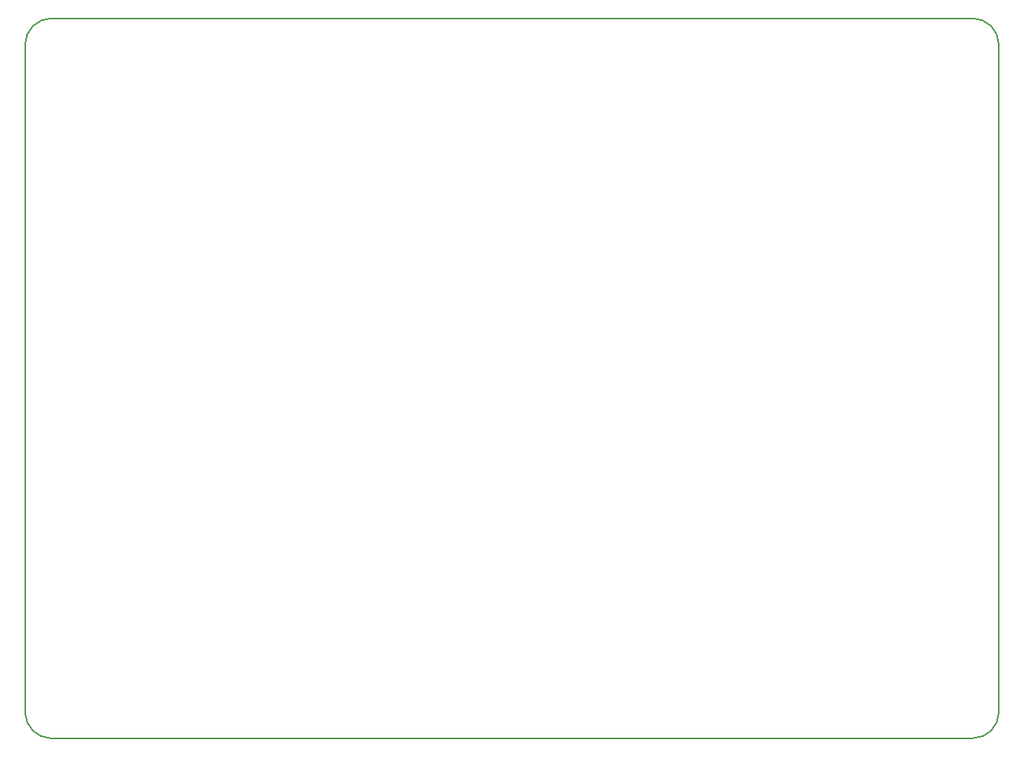
<source format=gbr>
%TF.GenerationSoftware,KiCad,Pcbnew,(6.0.4-0)*%
%TF.CreationDate,2022-06-15T11:09:27+02:00*%
%TF.ProjectId,konafa_min,6b6f6e61-6661-45f6-9d69-6e2e6b696361,v1.0.0*%
%TF.SameCoordinates,Original*%
%TF.FileFunction,Profile,NP*%
%FSLAX46Y46*%
G04 Gerber Fmt 4.6, Leading zero omitted, Abs format (unit mm)*
G04 Created by KiCad (PCBNEW (6.0.4-0)) date 2022-06-15 11:09:27*
%MOMM*%
%LPD*%
G01*
G04 APERTURE LIST*
%TA.AperFunction,Profile*%
%ADD10C,0.150000*%
%TD*%
G04 APERTURE END LIST*
D10*
X194506343Y-57041872D02*
X299379652Y-57041872D01*
X302379728Y-60041872D02*
G75*
G03*
X299379652Y-57041872I-3000028J-28D01*
G01*
X299379652Y-139095899D02*
X194506343Y-139095899D01*
X302379652Y-60041872D02*
X302379652Y-136095899D01*
X299379652Y-139095852D02*
G75*
G03*
X302379652Y-136095899I48J2999952D01*
G01*
X191506401Y-136095899D02*
G75*
G03*
X194506343Y-139095899I2999899J-101D01*
G01*
X194506343Y-57041843D02*
G75*
G03*
X191506343Y-60041872I57J-3000057D01*
G01*
X191506343Y-136095899D02*
X191506343Y-60041872D01*
M02*

</source>
